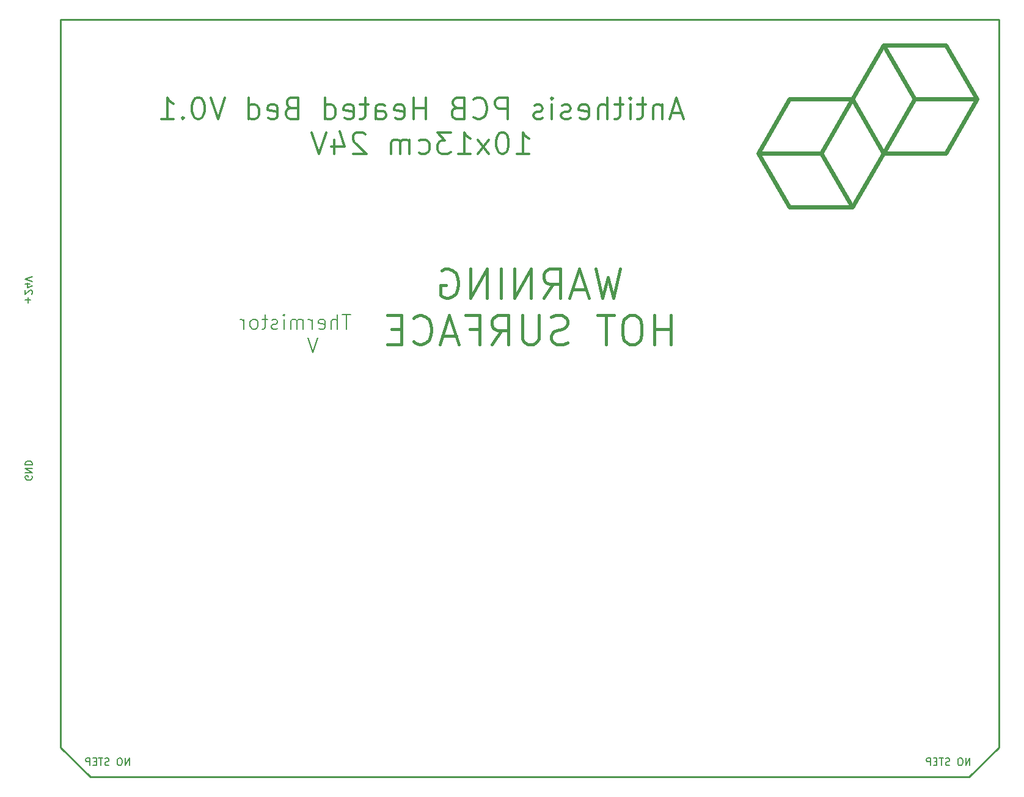
<source format=gbr>
G04 #@! TF.GenerationSoftware,KiCad,Pcbnew,8.0.8*
G04 #@! TF.CreationDate,2025-02-12T04:52:48-07:00*
G04 #@! TF.ProjectId,MK1 PCB BUILD PLATE,4d4b3120-5043-4422-9042-55494c442050,rev?*
G04 #@! TF.SameCoordinates,Original*
G04 #@! TF.FileFunction,Legend,Bot*
G04 #@! TF.FilePolarity,Positive*
%FSLAX46Y46*%
G04 Gerber Fmt 4.6, Leading zero omitted, Abs format (unit mm)*
G04 Created by KiCad (PCBNEW 8.0.8) date 2025-02-12 04:52:48*
%MOMM*%
%LPD*%
G01*
G04 APERTURE LIST*
%ADD10C,0.030150*%
%ADD11C,0.250000*%
%ADD12C,0.600000*%
%ADD13C,0.200000*%
%ADD14C,0.300000*%
%ADD15C,0.400000*%
%ADD16C,3.200000*%
%ADD17C,6.400000*%
%ADD18C,5.000000*%
G04 APERTURE END LIST*
D10*
X191525330Y-55433975D02*
G75*
G02*
X191495180Y-55433975I-15075J0D01*
G01*
X191495180Y-55433975D02*
G75*
G02*
X191525330Y-55433975I15075J0D01*
G01*
D11*
X86160889Y-36937950D02*
X216160889Y-36937950D01*
D12*
X191510255Y-55433975D02*
X195840382Y-47933975D01*
X204500636Y-47933975D02*
X200170509Y-40433975D01*
X204500636Y-47933975D02*
X200170509Y-55433975D01*
X195840382Y-47933975D02*
X200170509Y-55433975D01*
D11*
X86160889Y-137816630D02*
X86160889Y-36937950D01*
X90282210Y-141937950D02*
X86160889Y-137816630D01*
D10*
X204515711Y-47933975D02*
G75*
G02*
X204485561Y-47933975I-15075J0D01*
G01*
X204485561Y-47933975D02*
G75*
G02*
X204515711Y-47933975I15075J0D01*
G01*
D12*
X200170509Y-55433975D02*
X195840382Y-47933975D01*
X213160890Y-47933975D02*
X204500636Y-47933975D01*
X195840382Y-47933975D02*
X200170509Y-40433975D01*
X208830763Y-55433975D02*
X200170509Y-55433975D01*
D11*
X216160889Y-36937950D02*
X216160889Y-137816630D01*
X212039569Y-141937950D02*
X90282210Y-141937950D01*
D12*
X191510255Y-55433975D02*
X182850001Y-55433975D01*
X195840382Y-62933975D02*
X187180128Y-62933975D01*
X187180128Y-62933975D02*
X182850001Y-55433975D01*
X182850001Y-55433975D02*
X187180128Y-47933975D01*
X187180128Y-47933975D02*
X195840382Y-47933975D01*
X208830763Y-40433975D02*
X213160890Y-47933975D01*
X200170509Y-40433975D02*
X208830763Y-40433975D01*
X195840382Y-62933975D02*
X191510255Y-55433975D01*
X213160890Y-47933975D02*
X208830763Y-55433975D01*
X200170509Y-55433975D02*
X195840382Y-62933975D01*
D11*
X216160889Y-137816630D02*
X212039569Y-141937950D01*
D13*
X95660889Y-140301194D02*
X95660889Y-139301194D01*
X95660889Y-139301194D02*
X95089461Y-140301194D01*
X95089461Y-140301194D02*
X95089461Y-139301194D01*
X94422794Y-139301194D02*
X94232318Y-139301194D01*
X94232318Y-139301194D02*
X94137080Y-139348813D01*
X94137080Y-139348813D02*
X94041842Y-139444051D01*
X94041842Y-139444051D02*
X93994223Y-139634527D01*
X93994223Y-139634527D02*
X93994223Y-139967860D01*
X93994223Y-139967860D02*
X94041842Y-140158336D01*
X94041842Y-140158336D02*
X94137080Y-140253575D01*
X94137080Y-140253575D02*
X94232318Y-140301194D01*
X94232318Y-140301194D02*
X94422794Y-140301194D01*
X94422794Y-140301194D02*
X94518032Y-140253575D01*
X94518032Y-140253575D02*
X94613270Y-140158336D01*
X94613270Y-140158336D02*
X94660889Y-139967860D01*
X94660889Y-139967860D02*
X94660889Y-139634527D01*
X94660889Y-139634527D02*
X94613270Y-139444051D01*
X94613270Y-139444051D02*
X94518032Y-139348813D01*
X94518032Y-139348813D02*
X94422794Y-139301194D01*
X92851365Y-140253575D02*
X92708508Y-140301194D01*
X92708508Y-140301194D02*
X92470413Y-140301194D01*
X92470413Y-140301194D02*
X92375175Y-140253575D01*
X92375175Y-140253575D02*
X92327556Y-140205955D01*
X92327556Y-140205955D02*
X92279937Y-140110717D01*
X92279937Y-140110717D02*
X92279937Y-140015479D01*
X92279937Y-140015479D02*
X92327556Y-139920241D01*
X92327556Y-139920241D02*
X92375175Y-139872622D01*
X92375175Y-139872622D02*
X92470413Y-139825003D01*
X92470413Y-139825003D02*
X92660889Y-139777384D01*
X92660889Y-139777384D02*
X92756127Y-139729765D01*
X92756127Y-139729765D02*
X92803746Y-139682146D01*
X92803746Y-139682146D02*
X92851365Y-139586908D01*
X92851365Y-139586908D02*
X92851365Y-139491670D01*
X92851365Y-139491670D02*
X92803746Y-139396432D01*
X92803746Y-139396432D02*
X92756127Y-139348813D01*
X92756127Y-139348813D02*
X92660889Y-139301194D01*
X92660889Y-139301194D02*
X92422794Y-139301194D01*
X92422794Y-139301194D02*
X92279937Y-139348813D01*
X91994222Y-139301194D02*
X91422794Y-139301194D01*
X91708508Y-140301194D02*
X91708508Y-139301194D01*
X91089460Y-139777384D02*
X90756127Y-139777384D01*
X90613270Y-140301194D02*
X91089460Y-140301194D01*
X91089460Y-140301194D02*
X91089460Y-139301194D01*
X91089460Y-139301194D02*
X90613270Y-139301194D01*
X90184698Y-140301194D02*
X90184698Y-139301194D01*
X90184698Y-139301194D02*
X89803746Y-139301194D01*
X89803746Y-139301194D02*
X89708508Y-139348813D01*
X89708508Y-139348813D02*
X89660889Y-139396432D01*
X89660889Y-139396432D02*
X89613270Y-139491670D01*
X89613270Y-139491670D02*
X89613270Y-139634527D01*
X89613270Y-139634527D02*
X89660889Y-139729765D01*
X89660889Y-139729765D02*
X89708508Y-139777384D01*
X89708508Y-139777384D02*
X89803746Y-139825003D01*
X89803746Y-139825003D02*
X90184698Y-139825003D01*
D14*
X172232319Y-49864257D02*
X170803748Y-49864257D01*
X172518033Y-50721400D02*
X171518033Y-47721400D01*
X171518033Y-47721400D02*
X170518033Y-50721400D01*
X169518033Y-48721400D02*
X169518033Y-50721400D01*
X169518033Y-49007114D02*
X169375176Y-48864257D01*
X169375176Y-48864257D02*
X169089461Y-48721400D01*
X169089461Y-48721400D02*
X168660890Y-48721400D01*
X168660890Y-48721400D02*
X168375176Y-48864257D01*
X168375176Y-48864257D02*
X168232319Y-49149971D01*
X168232319Y-49149971D02*
X168232319Y-50721400D01*
X167232318Y-48721400D02*
X166089461Y-48721400D01*
X166803747Y-47721400D02*
X166803747Y-50292828D01*
X166803747Y-50292828D02*
X166660890Y-50578543D01*
X166660890Y-50578543D02*
X166375175Y-50721400D01*
X166375175Y-50721400D02*
X166089461Y-50721400D01*
X165089461Y-50721400D02*
X165089461Y-48721400D01*
X165089461Y-47721400D02*
X165232318Y-47864257D01*
X165232318Y-47864257D02*
X165089461Y-48007114D01*
X165089461Y-48007114D02*
X164946604Y-47864257D01*
X164946604Y-47864257D02*
X165089461Y-47721400D01*
X165089461Y-47721400D02*
X165089461Y-48007114D01*
X164089461Y-48721400D02*
X162946604Y-48721400D01*
X163660890Y-47721400D02*
X163660890Y-50292828D01*
X163660890Y-50292828D02*
X163518033Y-50578543D01*
X163518033Y-50578543D02*
X163232318Y-50721400D01*
X163232318Y-50721400D02*
X162946604Y-50721400D01*
X161946604Y-50721400D02*
X161946604Y-47721400D01*
X160660890Y-50721400D02*
X160660890Y-49149971D01*
X160660890Y-49149971D02*
X160803747Y-48864257D01*
X160803747Y-48864257D02*
X161089461Y-48721400D01*
X161089461Y-48721400D02*
X161518032Y-48721400D01*
X161518032Y-48721400D02*
X161803747Y-48864257D01*
X161803747Y-48864257D02*
X161946604Y-49007114D01*
X158089461Y-50578543D02*
X158375175Y-50721400D01*
X158375175Y-50721400D02*
X158946604Y-50721400D01*
X158946604Y-50721400D02*
X159232318Y-50578543D01*
X159232318Y-50578543D02*
X159375175Y-50292828D01*
X159375175Y-50292828D02*
X159375175Y-49149971D01*
X159375175Y-49149971D02*
X159232318Y-48864257D01*
X159232318Y-48864257D02*
X158946604Y-48721400D01*
X158946604Y-48721400D02*
X158375175Y-48721400D01*
X158375175Y-48721400D02*
X158089461Y-48864257D01*
X158089461Y-48864257D02*
X157946604Y-49149971D01*
X157946604Y-49149971D02*
X157946604Y-49435685D01*
X157946604Y-49435685D02*
X159375175Y-49721400D01*
X156803746Y-50578543D02*
X156518032Y-50721400D01*
X156518032Y-50721400D02*
X155946603Y-50721400D01*
X155946603Y-50721400D02*
X155660889Y-50578543D01*
X155660889Y-50578543D02*
X155518032Y-50292828D01*
X155518032Y-50292828D02*
X155518032Y-50149971D01*
X155518032Y-50149971D02*
X155660889Y-49864257D01*
X155660889Y-49864257D02*
X155946603Y-49721400D01*
X155946603Y-49721400D02*
X156375175Y-49721400D01*
X156375175Y-49721400D02*
X156660889Y-49578543D01*
X156660889Y-49578543D02*
X156803746Y-49292828D01*
X156803746Y-49292828D02*
X156803746Y-49149971D01*
X156803746Y-49149971D02*
X156660889Y-48864257D01*
X156660889Y-48864257D02*
X156375175Y-48721400D01*
X156375175Y-48721400D02*
X155946603Y-48721400D01*
X155946603Y-48721400D02*
X155660889Y-48864257D01*
X154232318Y-50721400D02*
X154232318Y-48721400D01*
X154232318Y-47721400D02*
X154375175Y-47864257D01*
X154375175Y-47864257D02*
X154232318Y-48007114D01*
X154232318Y-48007114D02*
X154089461Y-47864257D01*
X154089461Y-47864257D02*
X154232318Y-47721400D01*
X154232318Y-47721400D02*
X154232318Y-48007114D01*
X152946604Y-50578543D02*
X152660890Y-50721400D01*
X152660890Y-50721400D02*
X152089461Y-50721400D01*
X152089461Y-50721400D02*
X151803747Y-50578543D01*
X151803747Y-50578543D02*
X151660890Y-50292828D01*
X151660890Y-50292828D02*
X151660890Y-50149971D01*
X151660890Y-50149971D02*
X151803747Y-49864257D01*
X151803747Y-49864257D02*
X152089461Y-49721400D01*
X152089461Y-49721400D02*
X152518033Y-49721400D01*
X152518033Y-49721400D02*
X152803747Y-49578543D01*
X152803747Y-49578543D02*
X152946604Y-49292828D01*
X152946604Y-49292828D02*
X152946604Y-49149971D01*
X152946604Y-49149971D02*
X152803747Y-48864257D01*
X152803747Y-48864257D02*
X152518033Y-48721400D01*
X152518033Y-48721400D02*
X152089461Y-48721400D01*
X152089461Y-48721400D02*
X151803747Y-48864257D01*
X148089462Y-50721400D02*
X148089462Y-47721400D01*
X148089462Y-47721400D02*
X146946605Y-47721400D01*
X146946605Y-47721400D02*
X146660890Y-47864257D01*
X146660890Y-47864257D02*
X146518033Y-48007114D01*
X146518033Y-48007114D02*
X146375176Y-48292828D01*
X146375176Y-48292828D02*
X146375176Y-48721400D01*
X146375176Y-48721400D02*
X146518033Y-49007114D01*
X146518033Y-49007114D02*
X146660890Y-49149971D01*
X146660890Y-49149971D02*
X146946605Y-49292828D01*
X146946605Y-49292828D02*
X148089462Y-49292828D01*
X143375176Y-50435685D02*
X143518033Y-50578543D01*
X143518033Y-50578543D02*
X143946605Y-50721400D01*
X143946605Y-50721400D02*
X144232319Y-50721400D01*
X144232319Y-50721400D02*
X144660890Y-50578543D01*
X144660890Y-50578543D02*
X144946605Y-50292828D01*
X144946605Y-50292828D02*
X145089462Y-50007114D01*
X145089462Y-50007114D02*
X145232319Y-49435685D01*
X145232319Y-49435685D02*
X145232319Y-49007114D01*
X145232319Y-49007114D02*
X145089462Y-48435685D01*
X145089462Y-48435685D02*
X144946605Y-48149971D01*
X144946605Y-48149971D02*
X144660890Y-47864257D01*
X144660890Y-47864257D02*
X144232319Y-47721400D01*
X144232319Y-47721400D02*
X143946605Y-47721400D01*
X143946605Y-47721400D02*
X143518033Y-47864257D01*
X143518033Y-47864257D02*
X143375176Y-48007114D01*
X141089462Y-49149971D02*
X140660890Y-49292828D01*
X140660890Y-49292828D02*
X140518033Y-49435685D01*
X140518033Y-49435685D02*
X140375176Y-49721400D01*
X140375176Y-49721400D02*
X140375176Y-50149971D01*
X140375176Y-50149971D02*
X140518033Y-50435685D01*
X140518033Y-50435685D02*
X140660890Y-50578543D01*
X140660890Y-50578543D02*
X140946605Y-50721400D01*
X140946605Y-50721400D02*
X142089462Y-50721400D01*
X142089462Y-50721400D02*
X142089462Y-47721400D01*
X142089462Y-47721400D02*
X141089462Y-47721400D01*
X141089462Y-47721400D02*
X140803748Y-47864257D01*
X140803748Y-47864257D02*
X140660890Y-48007114D01*
X140660890Y-48007114D02*
X140518033Y-48292828D01*
X140518033Y-48292828D02*
X140518033Y-48578543D01*
X140518033Y-48578543D02*
X140660890Y-48864257D01*
X140660890Y-48864257D02*
X140803748Y-49007114D01*
X140803748Y-49007114D02*
X141089462Y-49149971D01*
X141089462Y-49149971D02*
X142089462Y-49149971D01*
X136803748Y-50721400D02*
X136803748Y-47721400D01*
X136803748Y-49149971D02*
X135089462Y-49149971D01*
X135089462Y-50721400D02*
X135089462Y-47721400D01*
X132518034Y-50578543D02*
X132803748Y-50721400D01*
X132803748Y-50721400D02*
X133375177Y-50721400D01*
X133375177Y-50721400D02*
X133660891Y-50578543D01*
X133660891Y-50578543D02*
X133803748Y-50292828D01*
X133803748Y-50292828D02*
X133803748Y-49149971D01*
X133803748Y-49149971D02*
X133660891Y-48864257D01*
X133660891Y-48864257D02*
X133375177Y-48721400D01*
X133375177Y-48721400D02*
X132803748Y-48721400D01*
X132803748Y-48721400D02*
X132518034Y-48864257D01*
X132518034Y-48864257D02*
X132375177Y-49149971D01*
X132375177Y-49149971D02*
X132375177Y-49435685D01*
X132375177Y-49435685D02*
X133803748Y-49721400D01*
X129803748Y-50721400D02*
X129803748Y-49149971D01*
X129803748Y-49149971D02*
X129946605Y-48864257D01*
X129946605Y-48864257D02*
X130232319Y-48721400D01*
X130232319Y-48721400D02*
X130803748Y-48721400D01*
X130803748Y-48721400D02*
X131089462Y-48864257D01*
X129803748Y-50578543D02*
X130089462Y-50721400D01*
X130089462Y-50721400D02*
X130803748Y-50721400D01*
X130803748Y-50721400D02*
X131089462Y-50578543D01*
X131089462Y-50578543D02*
X131232319Y-50292828D01*
X131232319Y-50292828D02*
X131232319Y-50007114D01*
X131232319Y-50007114D02*
X131089462Y-49721400D01*
X131089462Y-49721400D02*
X130803748Y-49578543D01*
X130803748Y-49578543D02*
X130089462Y-49578543D01*
X130089462Y-49578543D02*
X129803748Y-49435685D01*
X128803747Y-48721400D02*
X127660890Y-48721400D01*
X128375176Y-47721400D02*
X128375176Y-50292828D01*
X128375176Y-50292828D02*
X128232319Y-50578543D01*
X128232319Y-50578543D02*
X127946604Y-50721400D01*
X127946604Y-50721400D02*
X127660890Y-50721400D01*
X125518033Y-50578543D02*
X125803747Y-50721400D01*
X125803747Y-50721400D02*
X126375176Y-50721400D01*
X126375176Y-50721400D02*
X126660890Y-50578543D01*
X126660890Y-50578543D02*
X126803747Y-50292828D01*
X126803747Y-50292828D02*
X126803747Y-49149971D01*
X126803747Y-49149971D02*
X126660890Y-48864257D01*
X126660890Y-48864257D02*
X126375176Y-48721400D01*
X126375176Y-48721400D02*
X125803747Y-48721400D01*
X125803747Y-48721400D02*
X125518033Y-48864257D01*
X125518033Y-48864257D02*
X125375176Y-49149971D01*
X125375176Y-49149971D02*
X125375176Y-49435685D01*
X125375176Y-49435685D02*
X126803747Y-49721400D01*
X122803747Y-50721400D02*
X122803747Y-47721400D01*
X122803747Y-50578543D02*
X123089461Y-50721400D01*
X123089461Y-50721400D02*
X123660889Y-50721400D01*
X123660889Y-50721400D02*
X123946604Y-50578543D01*
X123946604Y-50578543D02*
X124089461Y-50435685D01*
X124089461Y-50435685D02*
X124232318Y-50149971D01*
X124232318Y-50149971D02*
X124232318Y-49292828D01*
X124232318Y-49292828D02*
X124089461Y-49007114D01*
X124089461Y-49007114D02*
X123946604Y-48864257D01*
X123946604Y-48864257D02*
X123660889Y-48721400D01*
X123660889Y-48721400D02*
X123089461Y-48721400D01*
X123089461Y-48721400D02*
X122803747Y-48864257D01*
X118089461Y-49149971D02*
X117660889Y-49292828D01*
X117660889Y-49292828D02*
X117518032Y-49435685D01*
X117518032Y-49435685D02*
X117375175Y-49721400D01*
X117375175Y-49721400D02*
X117375175Y-50149971D01*
X117375175Y-50149971D02*
X117518032Y-50435685D01*
X117518032Y-50435685D02*
X117660889Y-50578543D01*
X117660889Y-50578543D02*
X117946604Y-50721400D01*
X117946604Y-50721400D02*
X119089461Y-50721400D01*
X119089461Y-50721400D02*
X119089461Y-47721400D01*
X119089461Y-47721400D02*
X118089461Y-47721400D01*
X118089461Y-47721400D02*
X117803747Y-47864257D01*
X117803747Y-47864257D02*
X117660889Y-48007114D01*
X117660889Y-48007114D02*
X117518032Y-48292828D01*
X117518032Y-48292828D02*
X117518032Y-48578543D01*
X117518032Y-48578543D02*
X117660889Y-48864257D01*
X117660889Y-48864257D02*
X117803747Y-49007114D01*
X117803747Y-49007114D02*
X118089461Y-49149971D01*
X118089461Y-49149971D02*
X119089461Y-49149971D01*
X114946604Y-50578543D02*
X115232318Y-50721400D01*
X115232318Y-50721400D02*
X115803747Y-50721400D01*
X115803747Y-50721400D02*
X116089461Y-50578543D01*
X116089461Y-50578543D02*
X116232318Y-50292828D01*
X116232318Y-50292828D02*
X116232318Y-49149971D01*
X116232318Y-49149971D02*
X116089461Y-48864257D01*
X116089461Y-48864257D02*
X115803747Y-48721400D01*
X115803747Y-48721400D02*
X115232318Y-48721400D01*
X115232318Y-48721400D02*
X114946604Y-48864257D01*
X114946604Y-48864257D02*
X114803747Y-49149971D01*
X114803747Y-49149971D02*
X114803747Y-49435685D01*
X114803747Y-49435685D02*
X116232318Y-49721400D01*
X112232318Y-50721400D02*
X112232318Y-47721400D01*
X112232318Y-50578543D02*
X112518032Y-50721400D01*
X112518032Y-50721400D02*
X113089460Y-50721400D01*
X113089460Y-50721400D02*
X113375175Y-50578543D01*
X113375175Y-50578543D02*
X113518032Y-50435685D01*
X113518032Y-50435685D02*
X113660889Y-50149971D01*
X113660889Y-50149971D02*
X113660889Y-49292828D01*
X113660889Y-49292828D02*
X113518032Y-49007114D01*
X113518032Y-49007114D02*
X113375175Y-48864257D01*
X113375175Y-48864257D02*
X113089460Y-48721400D01*
X113089460Y-48721400D02*
X112518032Y-48721400D01*
X112518032Y-48721400D02*
X112232318Y-48864257D01*
X108946603Y-47721400D02*
X107946603Y-50721400D01*
X107946603Y-50721400D02*
X106946603Y-47721400D01*
X105375174Y-47721400D02*
X105089460Y-47721400D01*
X105089460Y-47721400D02*
X104803746Y-47864257D01*
X104803746Y-47864257D02*
X104660889Y-48007114D01*
X104660889Y-48007114D02*
X104518031Y-48292828D01*
X104518031Y-48292828D02*
X104375174Y-48864257D01*
X104375174Y-48864257D02*
X104375174Y-49578543D01*
X104375174Y-49578543D02*
X104518031Y-50149971D01*
X104518031Y-50149971D02*
X104660889Y-50435685D01*
X104660889Y-50435685D02*
X104803746Y-50578543D01*
X104803746Y-50578543D02*
X105089460Y-50721400D01*
X105089460Y-50721400D02*
X105375174Y-50721400D01*
X105375174Y-50721400D02*
X105660889Y-50578543D01*
X105660889Y-50578543D02*
X105803746Y-50435685D01*
X105803746Y-50435685D02*
X105946603Y-50149971D01*
X105946603Y-50149971D02*
X106089460Y-49578543D01*
X106089460Y-49578543D02*
X106089460Y-48864257D01*
X106089460Y-48864257D02*
X105946603Y-48292828D01*
X105946603Y-48292828D02*
X105803746Y-48007114D01*
X105803746Y-48007114D02*
X105660889Y-47864257D01*
X105660889Y-47864257D02*
X105375174Y-47721400D01*
X103089460Y-50435685D02*
X102946603Y-50578543D01*
X102946603Y-50578543D02*
X103089460Y-50721400D01*
X103089460Y-50721400D02*
X103232317Y-50578543D01*
X103232317Y-50578543D02*
X103089460Y-50435685D01*
X103089460Y-50435685D02*
X103089460Y-50721400D01*
X100089460Y-50721400D02*
X101803746Y-50721400D01*
X100946603Y-50721400D02*
X100946603Y-47721400D01*
X100946603Y-47721400D02*
X101232317Y-48149971D01*
X101232317Y-48149971D02*
X101518032Y-48435685D01*
X101518032Y-48435685D02*
X101803746Y-48578543D01*
X149375175Y-55551232D02*
X151089461Y-55551232D01*
X150232318Y-55551232D02*
X150232318Y-52551232D01*
X150232318Y-52551232D02*
X150518032Y-52979803D01*
X150518032Y-52979803D02*
X150803747Y-53265517D01*
X150803747Y-53265517D02*
X151089461Y-53408375D01*
X147518032Y-52551232D02*
X147232318Y-52551232D01*
X147232318Y-52551232D02*
X146946604Y-52694089D01*
X146946604Y-52694089D02*
X146803747Y-52836946D01*
X146803747Y-52836946D02*
X146660889Y-53122660D01*
X146660889Y-53122660D02*
X146518032Y-53694089D01*
X146518032Y-53694089D02*
X146518032Y-54408375D01*
X146518032Y-54408375D02*
X146660889Y-54979803D01*
X146660889Y-54979803D02*
X146803747Y-55265517D01*
X146803747Y-55265517D02*
X146946604Y-55408375D01*
X146946604Y-55408375D02*
X147232318Y-55551232D01*
X147232318Y-55551232D02*
X147518032Y-55551232D01*
X147518032Y-55551232D02*
X147803747Y-55408375D01*
X147803747Y-55408375D02*
X147946604Y-55265517D01*
X147946604Y-55265517D02*
X148089461Y-54979803D01*
X148089461Y-54979803D02*
X148232318Y-54408375D01*
X148232318Y-54408375D02*
X148232318Y-53694089D01*
X148232318Y-53694089D02*
X148089461Y-53122660D01*
X148089461Y-53122660D02*
X147946604Y-52836946D01*
X147946604Y-52836946D02*
X147803747Y-52694089D01*
X147803747Y-52694089D02*
X147518032Y-52551232D01*
X145518032Y-55551232D02*
X143946604Y-53551232D01*
X145518032Y-53551232D02*
X143946604Y-55551232D01*
X141232318Y-55551232D02*
X142946604Y-55551232D01*
X142089461Y-55551232D02*
X142089461Y-52551232D01*
X142089461Y-52551232D02*
X142375175Y-52979803D01*
X142375175Y-52979803D02*
X142660890Y-53265517D01*
X142660890Y-53265517D02*
X142946604Y-53408375D01*
X140232318Y-52551232D02*
X138375175Y-52551232D01*
X138375175Y-52551232D02*
X139375175Y-53694089D01*
X139375175Y-53694089D02*
X138946604Y-53694089D01*
X138946604Y-53694089D02*
X138660890Y-53836946D01*
X138660890Y-53836946D02*
X138518032Y-53979803D01*
X138518032Y-53979803D02*
X138375175Y-54265517D01*
X138375175Y-54265517D02*
X138375175Y-54979803D01*
X138375175Y-54979803D02*
X138518032Y-55265517D01*
X138518032Y-55265517D02*
X138660890Y-55408375D01*
X138660890Y-55408375D02*
X138946604Y-55551232D01*
X138946604Y-55551232D02*
X139803747Y-55551232D01*
X139803747Y-55551232D02*
X140089461Y-55408375D01*
X140089461Y-55408375D02*
X140232318Y-55265517D01*
X135803747Y-55408375D02*
X136089461Y-55551232D01*
X136089461Y-55551232D02*
X136660889Y-55551232D01*
X136660889Y-55551232D02*
X136946604Y-55408375D01*
X136946604Y-55408375D02*
X137089461Y-55265517D01*
X137089461Y-55265517D02*
X137232318Y-54979803D01*
X137232318Y-54979803D02*
X137232318Y-54122660D01*
X137232318Y-54122660D02*
X137089461Y-53836946D01*
X137089461Y-53836946D02*
X136946604Y-53694089D01*
X136946604Y-53694089D02*
X136660889Y-53551232D01*
X136660889Y-53551232D02*
X136089461Y-53551232D01*
X136089461Y-53551232D02*
X135803747Y-53694089D01*
X134518032Y-55551232D02*
X134518032Y-53551232D01*
X134518032Y-53836946D02*
X134375175Y-53694089D01*
X134375175Y-53694089D02*
X134089460Y-53551232D01*
X134089460Y-53551232D02*
X133660889Y-53551232D01*
X133660889Y-53551232D02*
X133375175Y-53694089D01*
X133375175Y-53694089D02*
X133232318Y-53979803D01*
X133232318Y-53979803D02*
X133232318Y-55551232D01*
X133232318Y-53979803D02*
X133089460Y-53694089D01*
X133089460Y-53694089D02*
X132803746Y-53551232D01*
X132803746Y-53551232D02*
X132375175Y-53551232D01*
X132375175Y-53551232D02*
X132089460Y-53694089D01*
X132089460Y-53694089D02*
X131946603Y-53979803D01*
X131946603Y-53979803D02*
X131946603Y-55551232D01*
X128375175Y-52836946D02*
X128232318Y-52694089D01*
X128232318Y-52694089D02*
X127946604Y-52551232D01*
X127946604Y-52551232D02*
X127232318Y-52551232D01*
X127232318Y-52551232D02*
X126946604Y-52694089D01*
X126946604Y-52694089D02*
X126803746Y-52836946D01*
X126803746Y-52836946D02*
X126660889Y-53122660D01*
X126660889Y-53122660D02*
X126660889Y-53408375D01*
X126660889Y-53408375D02*
X126803746Y-53836946D01*
X126803746Y-53836946D02*
X128518032Y-55551232D01*
X128518032Y-55551232D02*
X126660889Y-55551232D01*
X124089461Y-53551232D02*
X124089461Y-55551232D01*
X124803746Y-52408375D02*
X125518032Y-54551232D01*
X125518032Y-54551232D02*
X123660889Y-54551232D01*
X122946603Y-52551232D02*
X121946603Y-55551232D01*
X121946603Y-55551232D02*
X120946603Y-52551232D01*
D13*
X82185162Y-100195879D02*
X82232781Y-100291117D01*
X82232781Y-100291117D02*
X82232781Y-100433974D01*
X82232781Y-100433974D02*
X82185162Y-100576831D01*
X82185162Y-100576831D02*
X82089924Y-100672069D01*
X82089924Y-100672069D02*
X81994686Y-100719688D01*
X81994686Y-100719688D02*
X81804210Y-100767307D01*
X81804210Y-100767307D02*
X81661353Y-100767307D01*
X81661353Y-100767307D02*
X81470877Y-100719688D01*
X81470877Y-100719688D02*
X81375639Y-100672069D01*
X81375639Y-100672069D02*
X81280401Y-100576831D01*
X81280401Y-100576831D02*
X81232781Y-100433974D01*
X81232781Y-100433974D02*
X81232781Y-100338736D01*
X81232781Y-100338736D02*
X81280401Y-100195879D01*
X81280401Y-100195879D02*
X81328020Y-100148260D01*
X81328020Y-100148260D02*
X81661353Y-100148260D01*
X81661353Y-100148260D02*
X81661353Y-100338736D01*
X81232781Y-99719688D02*
X82232781Y-99719688D01*
X82232781Y-99719688D02*
X81232781Y-99148260D01*
X81232781Y-99148260D02*
X82232781Y-99148260D01*
X81232781Y-98672069D02*
X82232781Y-98672069D01*
X82232781Y-98672069D02*
X82232781Y-98433974D01*
X82232781Y-98433974D02*
X82185162Y-98291117D01*
X82185162Y-98291117D02*
X82089924Y-98195879D01*
X82089924Y-98195879D02*
X81994686Y-98148260D01*
X81994686Y-98148260D02*
X81804210Y-98100641D01*
X81804210Y-98100641D02*
X81661353Y-98100641D01*
X81661353Y-98100641D02*
X81470877Y-98148260D01*
X81470877Y-98148260D02*
X81375639Y-98195879D01*
X81375639Y-98195879D02*
X81280401Y-98291117D01*
X81280401Y-98291117D02*
X81232781Y-98433974D01*
X81232781Y-98433974D02*
X81232781Y-98672069D01*
X81613734Y-76195879D02*
X81613734Y-75433975D01*
X81232781Y-75814927D02*
X81994686Y-75814927D01*
X82137543Y-75005403D02*
X82185162Y-74957784D01*
X82185162Y-74957784D02*
X82232781Y-74862546D01*
X82232781Y-74862546D02*
X82232781Y-74624451D01*
X82232781Y-74624451D02*
X82185162Y-74529213D01*
X82185162Y-74529213D02*
X82137543Y-74481594D01*
X82137543Y-74481594D02*
X82042305Y-74433975D01*
X82042305Y-74433975D02*
X81947067Y-74433975D01*
X81947067Y-74433975D02*
X81804210Y-74481594D01*
X81804210Y-74481594D02*
X81232781Y-75053022D01*
X81232781Y-75053022D02*
X81232781Y-74433975D01*
X81899448Y-73576832D02*
X81232781Y-73576832D01*
X82280401Y-73814927D02*
X81566115Y-74053022D01*
X81566115Y-74053022D02*
X81566115Y-73433975D01*
X82232781Y-73195879D02*
X81232781Y-72862546D01*
X81232781Y-72862546D02*
X82232781Y-72529213D01*
D15*
X163732318Y-71483875D02*
X162779937Y-75483875D01*
X162779937Y-75483875D02*
X162018032Y-72626732D01*
X162018032Y-72626732D02*
X161256127Y-75483875D01*
X161256127Y-75483875D02*
X160303747Y-71483875D01*
X158970413Y-74341018D02*
X157065651Y-74341018D01*
X159351365Y-75483875D02*
X158018032Y-71483875D01*
X158018032Y-71483875D02*
X156684698Y-75483875D01*
X153065651Y-75483875D02*
X154398985Y-73579113D01*
X155351366Y-75483875D02*
X155351366Y-71483875D01*
X155351366Y-71483875D02*
X153827556Y-71483875D01*
X153827556Y-71483875D02*
X153446604Y-71674351D01*
X153446604Y-71674351D02*
X153256127Y-71864827D01*
X153256127Y-71864827D02*
X153065651Y-72245779D01*
X153065651Y-72245779D02*
X153065651Y-72817208D01*
X153065651Y-72817208D02*
X153256127Y-73198160D01*
X153256127Y-73198160D02*
X153446604Y-73388637D01*
X153446604Y-73388637D02*
X153827556Y-73579113D01*
X153827556Y-73579113D02*
X155351366Y-73579113D01*
X151351366Y-75483875D02*
X151351366Y-71483875D01*
X151351366Y-71483875D02*
X149065651Y-75483875D01*
X149065651Y-75483875D02*
X149065651Y-71483875D01*
X147160890Y-75483875D02*
X147160890Y-71483875D01*
X145256128Y-75483875D02*
X145256128Y-71483875D01*
X145256128Y-71483875D02*
X142970413Y-75483875D01*
X142970413Y-75483875D02*
X142970413Y-71483875D01*
X138970413Y-71674351D02*
X139351366Y-71483875D01*
X139351366Y-71483875D02*
X139922794Y-71483875D01*
X139922794Y-71483875D02*
X140494223Y-71674351D01*
X140494223Y-71674351D02*
X140875175Y-72055303D01*
X140875175Y-72055303D02*
X141065652Y-72436256D01*
X141065652Y-72436256D02*
X141256128Y-73198160D01*
X141256128Y-73198160D02*
X141256128Y-73769589D01*
X141256128Y-73769589D02*
X141065652Y-74531494D01*
X141065652Y-74531494D02*
X140875175Y-74912446D01*
X140875175Y-74912446D02*
X140494223Y-75293399D01*
X140494223Y-75293399D02*
X139922794Y-75483875D01*
X139922794Y-75483875D02*
X139541842Y-75483875D01*
X139541842Y-75483875D02*
X138970413Y-75293399D01*
X138970413Y-75293399D02*
X138779937Y-75102922D01*
X138779937Y-75102922D02*
X138779937Y-73769589D01*
X138779937Y-73769589D02*
X139541842Y-73769589D01*
X170684699Y-81923651D02*
X170684699Y-77923651D01*
X170684699Y-79828413D02*
X168398984Y-79828413D01*
X168398984Y-81923651D02*
X168398984Y-77923651D01*
X165732318Y-77923651D02*
X164970413Y-77923651D01*
X164970413Y-77923651D02*
X164589461Y-78114127D01*
X164589461Y-78114127D02*
X164208508Y-78495079D01*
X164208508Y-78495079D02*
X164018032Y-79256984D01*
X164018032Y-79256984D02*
X164018032Y-80590317D01*
X164018032Y-80590317D02*
X164208508Y-81352222D01*
X164208508Y-81352222D02*
X164589461Y-81733175D01*
X164589461Y-81733175D02*
X164970413Y-81923651D01*
X164970413Y-81923651D02*
X165732318Y-81923651D01*
X165732318Y-81923651D02*
X166113270Y-81733175D01*
X166113270Y-81733175D02*
X166494223Y-81352222D01*
X166494223Y-81352222D02*
X166684699Y-80590317D01*
X166684699Y-80590317D02*
X166684699Y-79256984D01*
X166684699Y-79256984D02*
X166494223Y-78495079D01*
X166494223Y-78495079D02*
X166113270Y-78114127D01*
X166113270Y-78114127D02*
X165732318Y-77923651D01*
X162875175Y-77923651D02*
X160589461Y-77923651D01*
X161732318Y-81923651D02*
X161732318Y-77923651D01*
X156398985Y-81733175D02*
X155827556Y-81923651D01*
X155827556Y-81923651D02*
X154875175Y-81923651D01*
X154875175Y-81923651D02*
X154494223Y-81733175D01*
X154494223Y-81733175D02*
X154303747Y-81542698D01*
X154303747Y-81542698D02*
X154113270Y-81161746D01*
X154113270Y-81161746D02*
X154113270Y-80780794D01*
X154113270Y-80780794D02*
X154303747Y-80399841D01*
X154303747Y-80399841D02*
X154494223Y-80209365D01*
X154494223Y-80209365D02*
X154875175Y-80018889D01*
X154875175Y-80018889D02*
X155637080Y-79828413D01*
X155637080Y-79828413D02*
X156018032Y-79637936D01*
X156018032Y-79637936D02*
X156208509Y-79447460D01*
X156208509Y-79447460D02*
X156398985Y-79066508D01*
X156398985Y-79066508D02*
X156398985Y-78685555D01*
X156398985Y-78685555D02*
X156208509Y-78304603D01*
X156208509Y-78304603D02*
X156018032Y-78114127D01*
X156018032Y-78114127D02*
X155637080Y-77923651D01*
X155637080Y-77923651D02*
X154684699Y-77923651D01*
X154684699Y-77923651D02*
X154113270Y-78114127D01*
X152398985Y-77923651D02*
X152398985Y-81161746D01*
X152398985Y-81161746D02*
X152208508Y-81542698D01*
X152208508Y-81542698D02*
X152018032Y-81733175D01*
X152018032Y-81733175D02*
X151637080Y-81923651D01*
X151637080Y-81923651D02*
X150875175Y-81923651D01*
X150875175Y-81923651D02*
X150494223Y-81733175D01*
X150494223Y-81733175D02*
X150303746Y-81542698D01*
X150303746Y-81542698D02*
X150113270Y-81161746D01*
X150113270Y-81161746D02*
X150113270Y-77923651D01*
X145922794Y-81923651D02*
X147256128Y-80018889D01*
X148208509Y-81923651D02*
X148208509Y-77923651D01*
X148208509Y-77923651D02*
X146684699Y-77923651D01*
X146684699Y-77923651D02*
X146303747Y-78114127D01*
X146303747Y-78114127D02*
X146113270Y-78304603D01*
X146113270Y-78304603D02*
X145922794Y-78685555D01*
X145922794Y-78685555D02*
X145922794Y-79256984D01*
X145922794Y-79256984D02*
X146113270Y-79637936D01*
X146113270Y-79637936D02*
X146303747Y-79828413D01*
X146303747Y-79828413D02*
X146684699Y-80018889D01*
X146684699Y-80018889D02*
X148208509Y-80018889D01*
X142875175Y-79828413D02*
X144208509Y-79828413D01*
X144208509Y-81923651D02*
X144208509Y-77923651D01*
X144208509Y-77923651D02*
X142303747Y-77923651D01*
X140970414Y-80780794D02*
X139065652Y-80780794D01*
X141351366Y-81923651D02*
X140018033Y-77923651D01*
X140018033Y-77923651D02*
X138684699Y-81923651D01*
X135065652Y-81542698D02*
X135256128Y-81733175D01*
X135256128Y-81733175D02*
X135827557Y-81923651D01*
X135827557Y-81923651D02*
X136208509Y-81923651D01*
X136208509Y-81923651D02*
X136779938Y-81733175D01*
X136779938Y-81733175D02*
X137160890Y-81352222D01*
X137160890Y-81352222D02*
X137351367Y-80971270D01*
X137351367Y-80971270D02*
X137541843Y-80209365D01*
X137541843Y-80209365D02*
X137541843Y-79637936D01*
X137541843Y-79637936D02*
X137351367Y-78876032D01*
X137351367Y-78876032D02*
X137160890Y-78495079D01*
X137160890Y-78495079D02*
X136779938Y-78114127D01*
X136779938Y-78114127D02*
X136208509Y-77923651D01*
X136208509Y-77923651D02*
X135827557Y-77923651D01*
X135827557Y-77923651D02*
X135256128Y-78114127D01*
X135256128Y-78114127D02*
X135065652Y-78304603D01*
X133351367Y-79828413D02*
X132018033Y-79828413D01*
X131446605Y-81923651D02*
X133351367Y-81923651D01*
X133351367Y-81923651D02*
X133351367Y-77923651D01*
X133351367Y-77923651D02*
X131446605Y-77923651D01*
D13*
X126327946Y-77808925D02*
X125185089Y-77808925D01*
X125756518Y-79808925D02*
X125756518Y-77808925D01*
X124518422Y-79808925D02*
X124518422Y-77808925D01*
X123661279Y-79808925D02*
X123661279Y-78761306D01*
X123661279Y-78761306D02*
X123756517Y-78570829D01*
X123756517Y-78570829D02*
X123946993Y-78475591D01*
X123946993Y-78475591D02*
X124232708Y-78475591D01*
X124232708Y-78475591D02*
X124423184Y-78570829D01*
X124423184Y-78570829D02*
X124518422Y-78666067D01*
X121946993Y-79713687D02*
X122137469Y-79808925D01*
X122137469Y-79808925D02*
X122518422Y-79808925D01*
X122518422Y-79808925D02*
X122708898Y-79713687D01*
X122708898Y-79713687D02*
X122804136Y-79523210D01*
X122804136Y-79523210D02*
X122804136Y-78761306D01*
X122804136Y-78761306D02*
X122708898Y-78570829D01*
X122708898Y-78570829D02*
X122518422Y-78475591D01*
X122518422Y-78475591D02*
X122137469Y-78475591D01*
X122137469Y-78475591D02*
X121946993Y-78570829D01*
X121946993Y-78570829D02*
X121851755Y-78761306D01*
X121851755Y-78761306D02*
X121851755Y-78951782D01*
X121851755Y-78951782D02*
X122804136Y-79142258D01*
X120994612Y-79808925D02*
X120994612Y-78475591D01*
X120994612Y-78856544D02*
X120899374Y-78666067D01*
X120899374Y-78666067D02*
X120804136Y-78570829D01*
X120804136Y-78570829D02*
X120613660Y-78475591D01*
X120613660Y-78475591D02*
X120423183Y-78475591D01*
X119756517Y-79808925D02*
X119756517Y-78475591D01*
X119756517Y-78666067D02*
X119661279Y-78570829D01*
X119661279Y-78570829D02*
X119470803Y-78475591D01*
X119470803Y-78475591D02*
X119185088Y-78475591D01*
X119185088Y-78475591D02*
X118994612Y-78570829D01*
X118994612Y-78570829D02*
X118899374Y-78761306D01*
X118899374Y-78761306D02*
X118899374Y-79808925D01*
X118899374Y-78761306D02*
X118804136Y-78570829D01*
X118804136Y-78570829D02*
X118613660Y-78475591D01*
X118613660Y-78475591D02*
X118327946Y-78475591D01*
X118327946Y-78475591D02*
X118137469Y-78570829D01*
X118137469Y-78570829D02*
X118042231Y-78761306D01*
X118042231Y-78761306D02*
X118042231Y-79808925D01*
X117089850Y-79808925D02*
X117089850Y-78475591D01*
X117089850Y-77808925D02*
X117185088Y-77904163D01*
X117185088Y-77904163D02*
X117089850Y-77999401D01*
X117089850Y-77999401D02*
X116994612Y-77904163D01*
X116994612Y-77904163D02*
X117089850Y-77808925D01*
X117089850Y-77808925D02*
X117089850Y-77999401D01*
X116232707Y-79713687D02*
X116042231Y-79808925D01*
X116042231Y-79808925D02*
X115661279Y-79808925D01*
X115661279Y-79808925D02*
X115470802Y-79713687D01*
X115470802Y-79713687D02*
X115375564Y-79523210D01*
X115375564Y-79523210D02*
X115375564Y-79427972D01*
X115375564Y-79427972D02*
X115470802Y-79237496D01*
X115470802Y-79237496D02*
X115661279Y-79142258D01*
X115661279Y-79142258D02*
X115946993Y-79142258D01*
X115946993Y-79142258D02*
X116137469Y-79047020D01*
X116137469Y-79047020D02*
X116232707Y-78856544D01*
X116232707Y-78856544D02*
X116232707Y-78761306D01*
X116232707Y-78761306D02*
X116137469Y-78570829D01*
X116137469Y-78570829D02*
X115946993Y-78475591D01*
X115946993Y-78475591D02*
X115661279Y-78475591D01*
X115661279Y-78475591D02*
X115470802Y-78570829D01*
X114804135Y-78475591D02*
X114042231Y-78475591D01*
X114518421Y-77808925D02*
X114518421Y-79523210D01*
X114518421Y-79523210D02*
X114423183Y-79713687D01*
X114423183Y-79713687D02*
X114232707Y-79808925D01*
X114232707Y-79808925D02*
X114042231Y-79808925D01*
X113089850Y-79808925D02*
X113280326Y-79713687D01*
X113280326Y-79713687D02*
X113375564Y-79618448D01*
X113375564Y-79618448D02*
X113470802Y-79427972D01*
X113470802Y-79427972D02*
X113470802Y-78856544D01*
X113470802Y-78856544D02*
X113375564Y-78666067D01*
X113375564Y-78666067D02*
X113280326Y-78570829D01*
X113280326Y-78570829D02*
X113089850Y-78475591D01*
X113089850Y-78475591D02*
X112804135Y-78475591D01*
X112804135Y-78475591D02*
X112613659Y-78570829D01*
X112613659Y-78570829D02*
X112518421Y-78666067D01*
X112518421Y-78666067D02*
X112423183Y-78856544D01*
X112423183Y-78856544D02*
X112423183Y-79427972D01*
X112423183Y-79427972D02*
X112518421Y-79618448D01*
X112518421Y-79618448D02*
X112613659Y-79713687D01*
X112613659Y-79713687D02*
X112804135Y-79808925D01*
X112804135Y-79808925D02*
X113089850Y-79808925D01*
X111566040Y-79808925D02*
X111566040Y-78475591D01*
X111566040Y-78856544D02*
X111470802Y-78666067D01*
X111470802Y-78666067D02*
X111375564Y-78570829D01*
X111375564Y-78570829D02*
X111185088Y-78475591D01*
X111185088Y-78475591D02*
X110994611Y-78475591D01*
X121756516Y-81028813D02*
X121089850Y-83028813D01*
X121089850Y-83028813D02*
X120423183Y-81028813D01*
X212160889Y-140301194D02*
X212160889Y-139301194D01*
X212160889Y-139301194D02*
X211589461Y-140301194D01*
X211589461Y-140301194D02*
X211589461Y-139301194D01*
X210922794Y-139301194D02*
X210732318Y-139301194D01*
X210732318Y-139301194D02*
X210637080Y-139348813D01*
X210637080Y-139348813D02*
X210541842Y-139444051D01*
X210541842Y-139444051D02*
X210494223Y-139634527D01*
X210494223Y-139634527D02*
X210494223Y-139967860D01*
X210494223Y-139967860D02*
X210541842Y-140158336D01*
X210541842Y-140158336D02*
X210637080Y-140253575D01*
X210637080Y-140253575D02*
X210732318Y-140301194D01*
X210732318Y-140301194D02*
X210922794Y-140301194D01*
X210922794Y-140301194D02*
X211018032Y-140253575D01*
X211018032Y-140253575D02*
X211113270Y-140158336D01*
X211113270Y-140158336D02*
X211160889Y-139967860D01*
X211160889Y-139967860D02*
X211160889Y-139634527D01*
X211160889Y-139634527D02*
X211113270Y-139444051D01*
X211113270Y-139444051D02*
X211018032Y-139348813D01*
X211018032Y-139348813D02*
X210922794Y-139301194D01*
X209351365Y-140253575D02*
X209208508Y-140301194D01*
X209208508Y-140301194D02*
X208970413Y-140301194D01*
X208970413Y-140301194D02*
X208875175Y-140253575D01*
X208875175Y-140253575D02*
X208827556Y-140205955D01*
X208827556Y-140205955D02*
X208779937Y-140110717D01*
X208779937Y-140110717D02*
X208779937Y-140015479D01*
X208779937Y-140015479D02*
X208827556Y-139920241D01*
X208827556Y-139920241D02*
X208875175Y-139872622D01*
X208875175Y-139872622D02*
X208970413Y-139825003D01*
X208970413Y-139825003D02*
X209160889Y-139777384D01*
X209160889Y-139777384D02*
X209256127Y-139729765D01*
X209256127Y-139729765D02*
X209303746Y-139682146D01*
X209303746Y-139682146D02*
X209351365Y-139586908D01*
X209351365Y-139586908D02*
X209351365Y-139491670D01*
X209351365Y-139491670D02*
X209303746Y-139396432D01*
X209303746Y-139396432D02*
X209256127Y-139348813D01*
X209256127Y-139348813D02*
X209160889Y-139301194D01*
X209160889Y-139301194D02*
X208922794Y-139301194D01*
X208922794Y-139301194D02*
X208779937Y-139348813D01*
X208494222Y-139301194D02*
X207922794Y-139301194D01*
X208208508Y-140301194D02*
X208208508Y-139301194D01*
X207589460Y-139777384D02*
X207256127Y-139777384D01*
X207113270Y-140301194D02*
X207589460Y-140301194D01*
X207589460Y-140301194D02*
X207589460Y-139301194D01*
X207589460Y-139301194D02*
X207113270Y-139301194D01*
X206684698Y-140301194D02*
X206684698Y-139301194D01*
X206684698Y-139301194D02*
X206303746Y-139301194D01*
X206303746Y-139301194D02*
X206208508Y-139348813D01*
X206208508Y-139348813D02*
X206160889Y-139396432D01*
X206160889Y-139396432D02*
X206113270Y-139491670D01*
X206113270Y-139491670D02*
X206113270Y-139634527D01*
X206113270Y-139634527D02*
X206160889Y-139729765D01*
X206160889Y-139729765D02*
X206208508Y-139777384D01*
X206208508Y-139777384D02*
X206303746Y-139825003D01*
X206303746Y-139825003D02*
X206684698Y-139825003D01*
%LPC*%
D16*
X151100001Y-86933975D03*
X76600000Y-86933975D03*
X78100000Y-41933975D03*
X224100002Y-41933975D03*
X224100002Y-131933975D03*
X80850001Y-111933975D03*
D17*
X76600001Y-99433975D03*
D16*
X78100000Y-131933975D03*
D17*
X76600001Y-74433975D03*
D16*
X80850001Y-61933975D03*
D18*
X121100001Y-86933975D03*
%LPD*%
M02*

</source>
